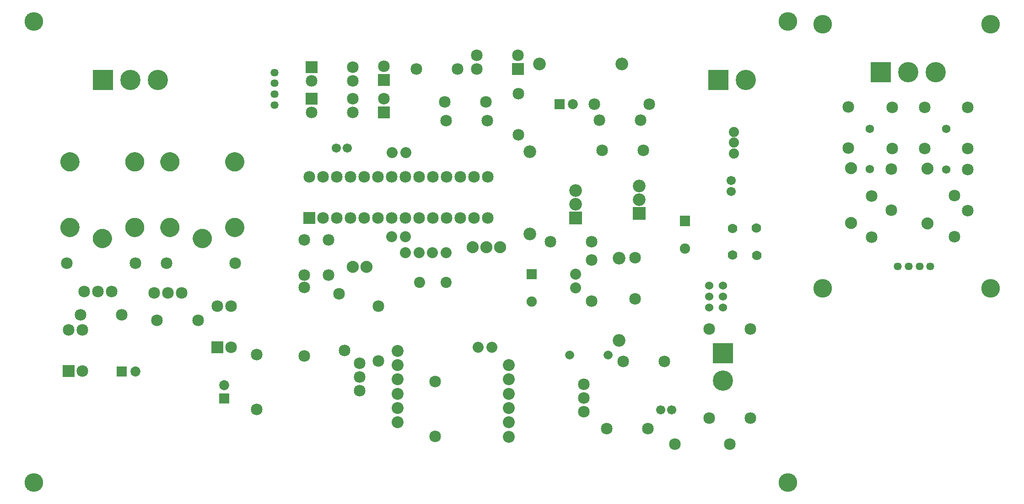
<source format=gts>
G04 MADE WITH FRITZING*
G04 WWW.FRITZING.ORG*
G04 DOUBLE SIDED*
G04 HOLES PLATED*
G04 CONTOUR ON CENTER OF CONTOUR VECTOR*
%ASAXBY*%
%FSLAX23Y23*%
%MOIN*%
%OFA0B0*%
%SFA1.0B1.0*%
%ADD10C,0.085000*%
%ADD11C,0.087119*%
%ADD12C,0.060000*%
%ADD13C,0.135984*%
%ADD14C,0.061496*%
%ADD15C,0.088000*%
%ADD16C,0.067000*%
%ADD17C,0.074000*%
%ADD18C,0.057559*%
%ADD19C,0.070000*%
%ADD20C,0.065433*%
%ADD21C,0.092000*%
%ADD22C,0.072992*%
%ADD23C,0.075000*%
%ADD24C,0.147795*%
%ADD25C,0.080925*%
%ADD26C,0.080866*%
%ADD27C,0.080000*%
%ADD28R,0.085000X0.085000*%
%ADD29R,0.092000X0.092000*%
%ADD30R,0.072992X0.072992*%
%ADD31R,0.147795X0.147795*%
%ADD32R,0.001000X0.001000*%
%LNMASK1*%
G90*
G70*
G54D10*
X2329Y1516D03*
X2368Y1102D03*
X5025Y1260D03*
X5325Y1260D03*
G54D11*
X3564Y474D03*
X3564Y579D03*
X3564Y683D03*
X3564Y787D03*
X3564Y891D03*
X3564Y995D03*
X2754Y579D03*
X2754Y683D03*
X2754Y787D03*
X2754Y891D03*
X2754Y995D03*
X2754Y1100D03*
G54D12*
X5123Y1496D03*
X5025Y1496D03*
X5025Y1417D03*
X5025Y1575D03*
X5123Y1575D03*
X5123Y1417D03*
X5123Y1496D03*
X5025Y1496D03*
X5025Y1417D03*
X5025Y1575D03*
X5123Y1575D03*
X5123Y1417D03*
G54D10*
X2073Y1654D03*
X2073Y1910D03*
X2250Y1654D03*
X2250Y1910D03*
G54D13*
X5852Y3484D03*
X7073Y3484D03*
X7073Y1555D03*
X5852Y1555D03*
G54D10*
X6037Y2878D03*
X6037Y2578D03*
X6357Y2877D03*
X6357Y2577D03*
X6909Y2877D03*
X6909Y2577D03*
X6352Y2425D03*
X6352Y2125D03*
X6909Y2424D03*
X6909Y2124D03*
X6594Y2877D03*
X6594Y2577D03*
X6207Y1929D03*
X6207Y2229D03*
X6812Y1932D03*
X6812Y2232D03*
G54D14*
X6195Y2425D03*
X6195Y2720D03*
X6195Y2425D03*
X6195Y2720D03*
X6751Y2424D03*
X6751Y2719D03*
X6751Y2424D03*
X6751Y2719D03*
G54D15*
X6057Y2031D03*
X6057Y2431D03*
X6057Y2031D03*
X6057Y2431D03*
X6613Y2030D03*
X6613Y2430D03*
X6613Y2030D03*
X6613Y2430D03*
G54D10*
X2654Y3075D03*
X2654Y3175D03*
X2654Y2838D03*
X2654Y2938D03*
G54D16*
X4671Y669D03*
X4750Y669D03*
X4671Y669D03*
X4750Y669D03*
X2309Y2579D03*
X2388Y2579D03*
X2309Y2579D03*
X2388Y2579D03*
X5183Y2264D03*
X5183Y2343D03*
X5183Y2264D03*
X5183Y2343D03*
G54D17*
X5203Y2539D03*
X5203Y2618D03*
X5203Y2697D03*
X5203Y2539D03*
X5203Y2618D03*
X5203Y2697D03*
G54D18*
X6398Y1715D03*
X6477Y1715D03*
X6556Y1715D03*
X6635Y1715D03*
X6398Y1715D03*
X6477Y1715D03*
X6556Y1715D03*
X6635Y1715D03*
X1856Y2894D03*
X1856Y2972D03*
X1856Y3051D03*
X1856Y3130D03*
X1856Y2894D03*
X1856Y2972D03*
X1856Y3051D03*
X1856Y3130D03*
G54D19*
X5195Y1993D03*
X5195Y1798D03*
X5370Y1797D03*
X5368Y1996D03*
G54D20*
X4008Y1068D03*
X4288Y1068D03*
X4008Y1068D03*
X4288Y1068D03*
G54D21*
X4051Y2069D03*
X4051Y2169D03*
X4051Y2269D03*
X4514Y2103D03*
X4514Y2203D03*
X4514Y2303D03*
G54D13*
X5596Y3504D03*
X103Y138D03*
X103Y3504D03*
G54D10*
X2111Y2068D03*
X2111Y2368D03*
X2211Y2068D03*
X2211Y2368D03*
X2311Y2068D03*
X2311Y2368D03*
X2411Y2068D03*
X2411Y2368D03*
X2511Y2068D03*
X2511Y2368D03*
X2611Y2068D03*
X2611Y2368D03*
X2711Y2068D03*
X2711Y2368D03*
X2811Y2068D03*
X2811Y2368D03*
X2911Y2068D03*
X2911Y2368D03*
X3011Y2068D03*
X3011Y2368D03*
X3111Y2068D03*
X3111Y2368D03*
X3211Y2068D03*
X3211Y2368D03*
X3311Y2068D03*
X3311Y2368D03*
X3411Y2068D03*
X3411Y2368D03*
X3632Y3155D03*
X3332Y3155D03*
X3632Y3255D03*
X3332Y3255D03*
X2127Y3169D03*
X2427Y3169D03*
X2127Y3069D03*
X2427Y3069D03*
X2127Y2940D03*
X2427Y2940D03*
X2127Y2840D03*
X2427Y2840D03*
X1442Y1125D03*
X1442Y1425D03*
X1542Y1125D03*
X1542Y1425D03*
X359Y952D03*
X359Y1252D03*
X459Y952D03*
X459Y1252D03*
X1071Y1738D03*
X1571Y1738D03*
X343Y1738D03*
X843Y1738D03*
X980Y1521D03*
X1080Y1521D03*
X1180Y1521D03*
X472Y1534D03*
X572Y1534D03*
X672Y1534D03*
G54D15*
X2427Y1713D03*
X2527Y1713D03*
X3300Y1856D03*
X3400Y1856D03*
X3500Y1856D03*
G54D10*
X4589Y2899D03*
X4189Y2899D03*
X1729Y673D03*
X1729Y1073D03*
X2073Y1063D03*
X2073Y1563D03*
X4277Y532D03*
X4577Y532D03*
X4773Y419D03*
X5173Y419D03*
X4396Y1024D03*
X4696Y1024D03*
X5025Y610D03*
X5325Y610D03*
X4484Y1778D03*
X4484Y1478D03*
X4169Y1762D03*
X4169Y1462D03*
X3869Y1895D03*
X4169Y1895D03*
X3633Y2975D03*
X3633Y2675D03*
X3409Y2778D03*
X3109Y2778D03*
X3190Y3155D03*
X2890Y3155D03*
X3397Y2916D03*
X3097Y2916D03*
X1300Y1324D03*
X1000Y1324D03*
X744Y1363D03*
X444Y1363D03*
G54D22*
X3933Y2899D03*
X4032Y2899D03*
X1492Y752D03*
X1492Y850D03*
X744Y950D03*
X843Y950D03*
G54D21*
X4366Y1177D03*
X4366Y1777D03*
X3717Y1952D03*
X3717Y2552D03*
X4386Y3194D03*
X3786Y3194D03*
G54D23*
X4848Y1847D03*
X4848Y2047D03*
X4848Y1847D03*
X4848Y2047D03*
X3732Y1459D03*
X3732Y1659D03*
X3732Y1459D03*
X3732Y1659D03*
G54D24*
X5124Y1083D03*
X5124Y883D03*
X607Y3076D03*
X807Y3076D03*
X1007Y3076D03*
X6274Y3133D03*
X6474Y3133D03*
X6674Y3133D03*
X5092Y3076D03*
X5292Y3076D03*
G54D25*
X3106Y1599D03*
G54D26*
X2913Y1599D03*
G54D10*
X4243Y2564D03*
X4543Y2564D03*
X4224Y2781D03*
X4524Y2781D03*
X4110Y655D03*
X4110Y755D03*
X4110Y855D03*
X2477Y808D03*
X2477Y908D03*
X2477Y1008D03*
X3028Y476D03*
X3028Y876D03*
X2614Y1027D03*
X2614Y1427D03*
G54D27*
X3107Y1815D03*
X3007Y1815D03*
X4051Y1559D03*
X4051Y1659D03*
X3441Y1126D03*
X3341Y1126D03*
X2813Y2545D03*
X2713Y2545D03*
X2812Y1934D03*
X2712Y1934D03*
X2910Y1815D03*
X2810Y1815D03*
G54D13*
X5596Y138D03*
G54D28*
X2654Y3075D03*
X2654Y2838D03*
G54D29*
X4051Y2069D03*
X4514Y2103D03*
G54D28*
X2111Y2068D03*
X3632Y3155D03*
X2127Y3169D03*
X2127Y2940D03*
X1442Y1125D03*
X359Y952D03*
G54D30*
X3933Y2899D03*
X1492Y752D03*
X744Y950D03*
G54D31*
X5124Y1083D03*
X607Y3076D03*
X6274Y3133D03*
X5092Y3076D03*
G54D32*
X365Y2548D02*
X368Y2548D01*
X838Y2548D02*
X841Y2548D01*
X1094Y2548D02*
X1096Y2548D01*
X1566Y2548D02*
X1569Y2548D01*
X356Y2547D02*
X378Y2547D01*
X828Y2547D02*
X850Y2547D01*
X1084Y2547D02*
X1106Y2547D01*
X1557Y2547D02*
X1578Y2547D01*
X351Y2546D02*
X383Y2546D01*
X823Y2546D02*
X855Y2546D01*
X1079Y2546D02*
X1111Y2546D01*
X1552Y2546D02*
X1583Y2546D01*
X347Y2545D02*
X387Y2545D01*
X819Y2545D02*
X859Y2545D01*
X1075Y2545D02*
X1115Y2545D01*
X1548Y2545D02*
X1587Y2545D01*
X344Y2544D02*
X390Y2544D01*
X816Y2544D02*
X862Y2544D01*
X1072Y2544D02*
X1118Y2544D01*
X1545Y2544D02*
X1590Y2544D01*
X341Y2543D02*
X392Y2543D01*
X813Y2543D02*
X865Y2543D01*
X1069Y2543D02*
X1121Y2543D01*
X1542Y2543D02*
X1593Y2543D01*
X339Y2542D02*
X395Y2542D01*
X811Y2542D02*
X867Y2542D01*
X1067Y2542D02*
X1123Y2542D01*
X1539Y2542D02*
X1595Y2542D01*
X337Y2541D02*
X397Y2541D01*
X809Y2541D02*
X869Y2541D01*
X1065Y2541D02*
X1125Y2541D01*
X1537Y2541D02*
X1597Y2541D01*
X335Y2540D02*
X399Y2540D01*
X807Y2540D02*
X871Y2540D01*
X1063Y2540D02*
X1127Y2540D01*
X1535Y2540D02*
X1599Y2540D01*
X333Y2539D02*
X401Y2539D01*
X805Y2539D02*
X873Y2539D01*
X1061Y2539D02*
X1129Y2539D01*
X1534Y2539D02*
X1601Y2539D01*
X331Y2538D02*
X402Y2538D01*
X804Y2538D02*
X875Y2538D01*
X1060Y2538D02*
X1130Y2538D01*
X1532Y2538D02*
X1603Y2538D01*
X330Y2537D02*
X404Y2537D01*
X802Y2537D02*
X876Y2537D01*
X1058Y2537D02*
X1132Y2537D01*
X1530Y2537D02*
X1604Y2537D01*
X328Y2536D02*
X405Y2536D01*
X800Y2536D02*
X878Y2536D01*
X1056Y2536D02*
X1134Y2536D01*
X1529Y2536D02*
X1606Y2536D01*
X327Y2535D02*
X407Y2535D01*
X799Y2535D02*
X879Y2535D01*
X1055Y2535D02*
X1135Y2535D01*
X1527Y2535D02*
X1607Y2535D01*
X325Y2534D02*
X408Y2534D01*
X798Y2534D02*
X880Y2534D01*
X1054Y2534D02*
X1136Y2534D01*
X1526Y2534D02*
X1609Y2534D01*
X324Y2533D02*
X409Y2533D01*
X796Y2533D02*
X882Y2533D01*
X1052Y2533D02*
X1138Y2533D01*
X1525Y2533D02*
X1610Y2533D01*
X323Y2532D02*
X411Y2532D01*
X795Y2532D02*
X883Y2532D01*
X1051Y2532D02*
X1139Y2532D01*
X1523Y2532D02*
X1611Y2532D01*
X322Y2531D02*
X412Y2531D01*
X794Y2531D02*
X884Y2531D01*
X1050Y2531D02*
X1140Y2531D01*
X1522Y2531D02*
X1613Y2531D01*
X320Y2530D02*
X413Y2530D01*
X793Y2530D02*
X885Y2530D01*
X1049Y2530D02*
X1141Y2530D01*
X1521Y2530D02*
X1614Y2530D01*
X319Y2529D02*
X414Y2529D01*
X792Y2529D02*
X887Y2529D01*
X1048Y2529D02*
X1142Y2529D01*
X1520Y2529D02*
X1615Y2529D01*
X318Y2528D02*
X415Y2528D01*
X791Y2528D02*
X888Y2528D01*
X1046Y2528D02*
X1144Y2528D01*
X1519Y2528D02*
X1616Y2528D01*
X317Y2527D02*
X416Y2527D01*
X790Y2527D02*
X889Y2527D01*
X1046Y2527D02*
X1145Y2527D01*
X1518Y2527D02*
X1617Y2527D01*
X316Y2526D02*
X417Y2526D01*
X789Y2526D02*
X890Y2526D01*
X1045Y2526D02*
X1145Y2526D01*
X1517Y2526D02*
X1618Y2526D01*
X315Y2525D02*
X418Y2525D01*
X788Y2525D02*
X890Y2525D01*
X1044Y2525D02*
X1146Y2525D01*
X1516Y2525D02*
X1619Y2525D01*
X315Y2524D02*
X419Y2524D01*
X787Y2524D02*
X891Y2524D01*
X1043Y2524D02*
X1147Y2524D01*
X1515Y2524D02*
X1620Y2524D01*
X314Y2523D02*
X420Y2523D01*
X786Y2523D02*
X892Y2523D01*
X1042Y2523D02*
X1148Y2523D01*
X1514Y2523D02*
X1621Y2523D01*
X313Y2522D02*
X421Y2522D01*
X785Y2522D02*
X893Y2522D01*
X1041Y2522D02*
X1149Y2522D01*
X1514Y2522D02*
X1621Y2522D01*
X312Y2521D02*
X421Y2521D01*
X785Y2521D02*
X894Y2521D01*
X1040Y2521D02*
X1150Y2521D01*
X1513Y2521D02*
X1622Y2521D01*
X311Y2520D02*
X422Y2520D01*
X784Y2520D02*
X894Y2520D01*
X1040Y2520D02*
X1150Y2520D01*
X1512Y2520D02*
X1623Y2520D01*
X311Y2519D02*
X423Y2519D01*
X783Y2519D02*
X895Y2519D01*
X1039Y2519D02*
X1151Y2519D01*
X1511Y2519D02*
X1623Y2519D01*
X310Y2518D02*
X424Y2518D01*
X782Y2518D02*
X896Y2518D01*
X1038Y2518D02*
X1152Y2518D01*
X1511Y2518D02*
X1624Y2518D01*
X309Y2517D02*
X424Y2517D01*
X782Y2517D02*
X897Y2517D01*
X1037Y2517D02*
X1153Y2517D01*
X1510Y2517D02*
X1625Y2517D01*
X309Y2516D02*
X425Y2516D01*
X781Y2516D02*
X897Y2516D01*
X1037Y2516D02*
X1153Y2516D01*
X1509Y2516D02*
X1626Y2516D01*
X308Y2515D02*
X425Y2515D01*
X780Y2515D02*
X898Y2515D01*
X1036Y2515D02*
X1154Y2515D01*
X1509Y2515D02*
X1626Y2515D01*
X307Y2514D02*
X426Y2514D01*
X780Y2514D02*
X898Y2514D01*
X1036Y2514D02*
X1154Y2514D01*
X1508Y2514D02*
X1627Y2514D01*
X307Y2513D02*
X427Y2513D01*
X779Y2513D02*
X899Y2513D01*
X1035Y2513D02*
X1155Y2513D01*
X1507Y2513D02*
X1627Y2513D01*
X306Y2512D02*
X427Y2512D01*
X779Y2512D02*
X900Y2512D01*
X1034Y2512D02*
X1156Y2512D01*
X1507Y2512D02*
X1628Y2512D01*
X306Y2511D02*
X428Y2511D01*
X778Y2511D02*
X900Y2511D01*
X1034Y2511D02*
X1156Y2511D01*
X1506Y2511D02*
X1629Y2511D01*
X305Y2510D02*
X428Y2510D01*
X777Y2510D02*
X901Y2510D01*
X1033Y2510D02*
X1157Y2510D01*
X1506Y2510D02*
X1629Y2510D01*
X305Y2509D02*
X429Y2509D01*
X777Y2509D02*
X901Y2509D01*
X1033Y2509D02*
X1157Y2509D01*
X1505Y2509D02*
X1630Y2509D01*
X304Y2508D02*
X429Y2508D01*
X776Y2508D02*
X902Y2508D01*
X1032Y2508D02*
X1158Y2508D01*
X1505Y2508D02*
X1630Y2508D01*
X304Y2507D02*
X430Y2507D01*
X776Y2507D02*
X902Y2507D01*
X1032Y2507D02*
X1158Y2507D01*
X1504Y2507D02*
X1631Y2507D01*
X303Y2506D02*
X430Y2506D01*
X775Y2506D02*
X903Y2506D01*
X1031Y2506D02*
X1159Y2506D01*
X1504Y2506D02*
X1631Y2506D01*
X303Y2505D02*
X431Y2505D01*
X775Y2505D02*
X903Y2505D01*
X1031Y2505D02*
X1159Y2505D01*
X1503Y2505D02*
X1631Y2505D01*
X302Y2504D02*
X431Y2504D01*
X775Y2504D02*
X904Y2504D01*
X1031Y2504D02*
X1159Y2504D01*
X1503Y2504D02*
X1632Y2504D01*
X302Y2503D02*
X432Y2503D01*
X774Y2503D02*
X904Y2503D01*
X1030Y2503D02*
X1160Y2503D01*
X1503Y2503D02*
X1632Y2503D01*
X302Y2502D02*
X432Y2502D01*
X774Y2502D02*
X904Y2502D01*
X1030Y2502D02*
X1160Y2502D01*
X1502Y2502D02*
X1633Y2502D01*
X301Y2501D02*
X432Y2501D01*
X774Y2501D02*
X905Y2501D01*
X1030Y2501D02*
X1161Y2501D01*
X1502Y2501D02*
X1633Y2501D01*
X301Y2500D02*
X433Y2500D01*
X773Y2500D02*
X905Y2500D01*
X1029Y2500D02*
X1161Y2500D01*
X1502Y2500D02*
X1633Y2500D01*
X301Y2499D02*
X433Y2499D01*
X773Y2499D02*
X905Y2499D01*
X1029Y2499D02*
X1161Y2499D01*
X1501Y2499D02*
X1634Y2499D01*
X300Y2498D02*
X433Y2498D01*
X773Y2498D02*
X906Y2498D01*
X1029Y2498D02*
X1161Y2498D01*
X1501Y2498D02*
X1634Y2498D01*
X300Y2497D02*
X433Y2497D01*
X772Y2497D02*
X906Y2497D01*
X1028Y2497D02*
X1162Y2497D01*
X1501Y2497D02*
X1634Y2497D01*
X300Y2496D02*
X434Y2496D01*
X772Y2496D02*
X906Y2496D01*
X1028Y2496D02*
X1162Y2496D01*
X1500Y2496D02*
X1634Y2496D01*
X300Y2495D02*
X434Y2495D01*
X772Y2495D02*
X906Y2495D01*
X1028Y2495D02*
X1162Y2495D01*
X1500Y2495D02*
X1635Y2495D01*
X299Y2494D02*
X434Y2494D01*
X772Y2494D02*
X907Y2494D01*
X1028Y2494D02*
X1162Y2494D01*
X1500Y2494D02*
X1635Y2494D01*
X299Y2493D02*
X434Y2493D01*
X771Y2493D02*
X907Y2493D01*
X1027Y2493D02*
X1163Y2493D01*
X1500Y2493D02*
X1635Y2493D01*
X299Y2492D02*
X435Y2492D01*
X771Y2492D02*
X907Y2492D01*
X1027Y2492D02*
X1163Y2492D01*
X1499Y2492D02*
X1635Y2492D01*
X299Y2491D02*
X435Y2491D01*
X771Y2491D02*
X907Y2491D01*
X1027Y2491D02*
X1163Y2491D01*
X1499Y2491D02*
X1636Y2491D01*
X298Y2490D02*
X435Y2490D01*
X771Y2490D02*
X907Y2490D01*
X1027Y2490D02*
X1163Y2490D01*
X1499Y2490D02*
X1636Y2490D01*
X298Y2489D02*
X435Y2489D01*
X771Y2489D02*
X908Y2489D01*
X1027Y2489D02*
X1163Y2489D01*
X1499Y2489D02*
X1636Y2489D01*
X298Y2488D02*
X435Y2488D01*
X771Y2488D02*
X908Y2488D01*
X1026Y2488D02*
X1164Y2488D01*
X1499Y2488D02*
X1636Y2488D01*
X298Y2487D02*
X435Y2487D01*
X770Y2487D02*
X908Y2487D01*
X1026Y2487D02*
X1164Y2487D01*
X1499Y2487D02*
X1636Y2487D01*
X298Y2486D02*
X436Y2486D01*
X770Y2486D02*
X908Y2486D01*
X1026Y2486D02*
X1164Y2486D01*
X1499Y2486D02*
X1636Y2486D01*
X298Y2485D02*
X436Y2485D01*
X770Y2485D02*
X908Y2485D01*
X1026Y2485D02*
X1164Y2485D01*
X1498Y2485D02*
X1636Y2485D01*
X298Y2484D02*
X436Y2484D01*
X770Y2484D02*
X908Y2484D01*
X1026Y2484D02*
X1164Y2484D01*
X1498Y2484D02*
X1637Y2484D01*
X298Y2483D02*
X436Y2483D01*
X770Y2483D02*
X908Y2483D01*
X1026Y2483D02*
X1164Y2483D01*
X1498Y2483D02*
X1637Y2483D01*
X298Y2482D02*
X436Y2482D01*
X770Y2482D02*
X908Y2482D01*
X1026Y2482D02*
X1164Y2482D01*
X1498Y2482D02*
X1637Y2482D01*
X297Y2481D02*
X436Y2481D01*
X770Y2481D02*
X908Y2481D01*
X1026Y2481D02*
X1164Y2481D01*
X1498Y2481D02*
X1637Y2481D01*
X297Y2480D02*
X436Y2480D01*
X770Y2480D02*
X908Y2480D01*
X1026Y2480D02*
X1164Y2480D01*
X1498Y2480D02*
X1637Y2480D01*
X297Y2479D02*
X436Y2479D01*
X770Y2479D02*
X909Y2479D01*
X1026Y2479D02*
X1164Y2479D01*
X1498Y2479D02*
X1637Y2479D01*
X297Y2478D02*
X436Y2478D01*
X770Y2478D02*
X909Y2478D01*
X1026Y2478D02*
X1164Y2478D01*
X1498Y2478D02*
X1637Y2478D01*
X297Y2477D02*
X436Y2477D01*
X770Y2477D02*
X908Y2477D01*
X1026Y2477D02*
X1164Y2477D01*
X1498Y2477D02*
X1637Y2477D01*
X297Y2476D02*
X436Y2476D01*
X770Y2476D02*
X908Y2476D01*
X1026Y2476D02*
X1164Y2476D01*
X1498Y2476D02*
X1637Y2476D01*
X297Y2475D02*
X436Y2475D01*
X770Y2475D02*
X908Y2475D01*
X1026Y2475D02*
X1164Y2475D01*
X1498Y2475D02*
X1637Y2475D01*
X298Y2474D02*
X436Y2474D01*
X770Y2474D02*
X908Y2474D01*
X1026Y2474D02*
X1164Y2474D01*
X1498Y2474D02*
X1637Y2474D01*
X298Y2473D02*
X436Y2473D01*
X770Y2473D02*
X908Y2473D01*
X1026Y2473D02*
X1164Y2473D01*
X1498Y2473D02*
X1637Y2473D01*
X298Y2472D02*
X436Y2472D01*
X770Y2472D02*
X908Y2472D01*
X1026Y2472D02*
X1164Y2472D01*
X1498Y2472D02*
X1636Y2472D01*
X298Y2471D02*
X436Y2471D01*
X770Y2471D02*
X908Y2471D01*
X1026Y2471D02*
X1164Y2471D01*
X1498Y2471D02*
X1636Y2471D01*
X298Y2470D02*
X436Y2470D01*
X770Y2470D02*
X908Y2470D01*
X1026Y2470D02*
X1164Y2470D01*
X1499Y2470D02*
X1636Y2470D01*
X298Y2469D02*
X435Y2469D01*
X770Y2469D02*
X908Y2469D01*
X1026Y2469D02*
X1164Y2469D01*
X1499Y2469D02*
X1636Y2469D01*
X298Y2468D02*
X435Y2468D01*
X771Y2468D02*
X908Y2468D01*
X1027Y2468D02*
X1164Y2468D01*
X1499Y2468D02*
X1636Y2468D01*
X298Y2467D02*
X435Y2467D01*
X771Y2467D02*
X907Y2467D01*
X1027Y2467D02*
X1163Y2467D01*
X1499Y2467D02*
X1636Y2467D01*
X299Y2466D02*
X435Y2466D01*
X771Y2466D02*
X907Y2466D01*
X1027Y2466D02*
X1163Y2466D01*
X1499Y2466D02*
X1636Y2466D01*
X299Y2465D02*
X435Y2465D01*
X771Y2465D02*
X907Y2465D01*
X1027Y2465D02*
X1163Y2465D01*
X1499Y2465D02*
X1635Y2465D01*
X299Y2464D02*
X435Y2464D01*
X771Y2464D02*
X907Y2464D01*
X1027Y2464D02*
X1163Y2464D01*
X1500Y2464D02*
X1635Y2464D01*
X299Y2463D02*
X434Y2463D01*
X771Y2463D02*
X907Y2463D01*
X1027Y2463D02*
X1163Y2463D01*
X1500Y2463D02*
X1635Y2463D01*
X299Y2462D02*
X434Y2462D01*
X772Y2462D02*
X906Y2462D01*
X1028Y2462D02*
X1162Y2462D01*
X1500Y2462D02*
X1635Y2462D01*
X300Y2461D02*
X434Y2461D01*
X772Y2461D02*
X906Y2461D01*
X1028Y2461D02*
X1162Y2461D01*
X1500Y2461D02*
X1635Y2461D01*
X300Y2460D02*
X434Y2460D01*
X772Y2460D02*
X906Y2460D01*
X1028Y2460D02*
X1162Y2460D01*
X1501Y2460D02*
X1634Y2460D01*
X300Y2459D02*
X433Y2459D01*
X772Y2459D02*
X906Y2459D01*
X1028Y2459D02*
X1162Y2459D01*
X1501Y2459D02*
X1634Y2459D01*
X300Y2458D02*
X433Y2458D01*
X773Y2458D02*
X905Y2458D01*
X1029Y2458D02*
X1161Y2458D01*
X1501Y2458D02*
X1634Y2458D01*
X301Y2457D02*
X433Y2457D01*
X773Y2457D02*
X905Y2457D01*
X1029Y2457D02*
X1161Y2457D01*
X1501Y2457D02*
X1633Y2457D01*
X301Y2456D02*
X432Y2456D01*
X773Y2456D02*
X905Y2456D01*
X1029Y2456D02*
X1161Y2456D01*
X1502Y2456D02*
X1633Y2456D01*
X301Y2455D02*
X432Y2455D01*
X774Y2455D02*
X905Y2455D01*
X1030Y2455D02*
X1160Y2455D01*
X1502Y2455D02*
X1633Y2455D01*
X302Y2454D02*
X432Y2454D01*
X774Y2454D02*
X904Y2454D01*
X1030Y2454D02*
X1160Y2454D01*
X1502Y2454D02*
X1632Y2454D01*
X302Y2453D02*
X431Y2453D01*
X774Y2453D02*
X904Y2453D01*
X1030Y2453D02*
X1160Y2453D01*
X1503Y2453D02*
X1632Y2453D01*
X302Y2452D02*
X431Y2452D01*
X775Y2452D02*
X903Y2452D01*
X1031Y2452D02*
X1159Y2452D01*
X1503Y2452D02*
X1632Y2452D01*
X303Y2451D02*
X431Y2451D01*
X775Y2451D02*
X903Y2451D01*
X1031Y2451D02*
X1159Y2451D01*
X1503Y2451D02*
X1631Y2451D01*
X303Y2450D02*
X430Y2450D01*
X776Y2450D02*
X903Y2450D01*
X1032Y2450D02*
X1159Y2450D01*
X1504Y2450D02*
X1631Y2450D01*
X304Y2449D02*
X430Y2449D01*
X776Y2449D02*
X902Y2449D01*
X1032Y2449D02*
X1158Y2449D01*
X1504Y2449D02*
X1630Y2449D01*
X304Y2448D02*
X429Y2448D01*
X777Y2448D02*
X902Y2448D01*
X1033Y2448D02*
X1158Y2448D01*
X1505Y2448D02*
X1630Y2448D01*
X305Y2447D02*
X429Y2447D01*
X777Y2447D02*
X901Y2447D01*
X1033Y2447D02*
X1157Y2447D01*
X1505Y2447D02*
X1629Y2447D01*
X305Y2446D02*
X428Y2446D01*
X778Y2446D02*
X901Y2446D01*
X1034Y2446D02*
X1157Y2446D01*
X1506Y2446D02*
X1629Y2446D01*
X306Y2445D02*
X428Y2445D01*
X778Y2445D02*
X900Y2445D01*
X1034Y2445D02*
X1156Y2445D01*
X1506Y2445D02*
X1628Y2445D01*
X306Y2444D02*
X427Y2444D01*
X779Y2444D02*
X900Y2444D01*
X1035Y2444D02*
X1155Y2444D01*
X1507Y2444D02*
X1628Y2444D01*
X307Y2443D02*
X427Y2443D01*
X779Y2443D02*
X899Y2443D01*
X1035Y2443D02*
X1155Y2443D01*
X1508Y2443D02*
X1627Y2443D01*
X308Y2442D02*
X426Y2442D01*
X780Y2442D02*
X898Y2442D01*
X1036Y2442D02*
X1154Y2442D01*
X1508Y2442D02*
X1627Y2442D01*
X308Y2441D02*
X425Y2441D01*
X781Y2441D02*
X898Y2441D01*
X1036Y2441D02*
X1154Y2441D01*
X1509Y2441D02*
X1626Y2441D01*
X309Y2440D02*
X425Y2440D01*
X781Y2440D02*
X897Y2440D01*
X1037Y2440D02*
X1153Y2440D01*
X1509Y2440D02*
X1625Y2440D01*
X309Y2439D02*
X424Y2439D01*
X782Y2439D02*
X896Y2439D01*
X1038Y2439D02*
X1152Y2439D01*
X1510Y2439D02*
X1625Y2439D01*
X310Y2438D02*
X423Y2438D01*
X783Y2438D02*
X896Y2438D01*
X1038Y2438D02*
X1152Y2438D01*
X1511Y2438D02*
X1624Y2438D01*
X311Y2437D02*
X423Y2437D01*
X783Y2437D02*
X895Y2437D01*
X1039Y2437D02*
X1151Y2437D01*
X1512Y2437D02*
X1623Y2437D01*
X312Y2436D02*
X422Y2436D01*
X784Y2436D02*
X894Y2436D01*
X1040Y2436D02*
X1150Y2436D01*
X1512Y2436D02*
X1623Y2436D01*
X312Y2435D02*
X421Y2435D01*
X785Y2435D02*
X893Y2435D01*
X1041Y2435D02*
X1149Y2435D01*
X1513Y2435D02*
X1622Y2435D01*
X313Y2434D02*
X420Y2434D01*
X785Y2434D02*
X893Y2434D01*
X1041Y2434D02*
X1149Y2434D01*
X1514Y2434D02*
X1621Y2434D01*
X314Y2433D02*
X420Y2433D01*
X786Y2433D02*
X892Y2433D01*
X1042Y2433D02*
X1148Y2433D01*
X1515Y2433D02*
X1620Y2433D01*
X315Y2432D02*
X419Y2432D01*
X787Y2432D02*
X891Y2432D01*
X1043Y2432D02*
X1147Y2432D01*
X1515Y2432D02*
X1619Y2432D01*
X316Y2431D02*
X418Y2431D01*
X788Y2431D02*
X890Y2431D01*
X1044Y2431D02*
X1146Y2431D01*
X1516Y2431D02*
X1618Y2431D01*
X317Y2430D02*
X417Y2430D01*
X789Y2430D02*
X889Y2430D01*
X1045Y2430D02*
X1145Y2430D01*
X1517Y2430D02*
X1618Y2430D01*
X318Y2429D02*
X416Y2429D01*
X790Y2429D02*
X888Y2429D01*
X1046Y2429D02*
X1144Y2429D01*
X1518Y2429D02*
X1617Y2429D01*
X319Y2428D02*
X415Y2428D01*
X791Y2428D02*
X887Y2428D01*
X1047Y2428D02*
X1143Y2428D01*
X1519Y2428D02*
X1616Y2428D01*
X320Y2427D02*
X414Y2427D01*
X792Y2427D02*
X886Y2427D01*
X1048Y2427D02*
X1142Y2427D01*
X1520Y2427D02*
X1614Y2427D01*
X321Y2426D02*
X413Y2426D01*
X793Y2426D02*
X885Y2426D01*
X1049Y2426D02*
X1141Y2426D01*
X1521Y2426D02*
X1613Y2426D01*
X322Y2425D02*
X412Y2425D01*
X794Y2425D02*
X884Y2425D01*
X1050Y2425D02*
X1140Y2425D01*
X1523Y2425D02*
X1612Y2425D01*
X323Y2424D02*
X410Y2424D01*
X796Y2424D02*
X883Y2424D01*
X1051Y2424D02*
X1139Y2424D01*
X1524Y2424D02*
X1611Y2424D01*
X324Y2423D02*
X409Y2423D01*
X797Y2423D02*
X881Y2423D01*
X1053Y2423D02*
X1137Y2423D01*
X1525Y2423D02*
X1610Y2423D01*
X326Y2422D02*
X408Y2422D01*
X798Y2422D02*
X880Y2422D01*
X1054Y2422D02*
X1136Y2422D01*
X1526Y2422D02*
X1608Y2422D01*
X327Y2421D02*
X406Y2421D01*
X800Y2421D02*
X879Y2421D01*
X1055Y2421D02*
X1135Y2421D01*
X1528Y2421D02*
X1607Y2421D01*
X329Y2420D02*
X405Y2420D01*
X801Y2420D02*
X877Y2420D01*
X1057Y2420D02*
X1133Y2420D01*
X1529Y2420D02*
X1606Y2420D01*
X330Y2419D02*
X403Y2419D01*
X803Y2419D02*
X876Y2419D01*
X1059Y2419D02*
X1132Y2419D01*
X1531Y2419D02*
X1604Y2419D01*
X332Y2418D02*
X402Y2418D01*
X804Y2418D02*
X874Y2418D01*
X1060Y2418D02*
X1130Y2418D01*
X1533Y2418D02*
X1602Y2418D01*
X333Y2417D02*
X400Y2417D01*
X806Y2417D02*
X872Y2417D01*
X1062Y2417D02*
X1128Y2417D01*
X1534Y2417D02*
X1601Y2417D01*
X335Y2416D02*
X398Y2416D01*
X808Y2416D02*
X870Y2416D01*
X1064Y2416D02*
X1126Y2416D01*
X1536Y2416D02*
X1599Y2416D01*
X337Y2415D02*
X396Y2415D01*
X810Y2415D02*
X868Y2415D01*
X1066Y2415D02*
X1124Y2415D01*
X1538Y2415D02*
X1597Y2415D01*
X339Y2414D02*
X394Y2414D01*
X812Y2414D02*
X866Y2414D01*
X1068Y2414D02*
X1122Y2414D01*
X1540Y2414D02*
X1595Y2414D01*
X342Y2413D02*
X391Y2413D01*
X814Y2413D02*
X864Y2413D01*
X1070Y2413D02*
X1120Y2413D01*
X1543Y2413D02*
X1592Y2413D01*
X345Y2412D02*
X389Y2412D01*
X817Y2412D02*
X861Y2412D01*
X1073Y2412D02*
X1117Y2412D01*
X1545Y2412D02*
X1589Y2412D01*
X348Y2411D02*
X385Y2411D01*
X821Y2411D02*
X858Y2411D01*
X1077Y2411D02*
X1114Y2411D01*
X1549Y2411D02*
X1586Y2411D01*
X352Y2410D02*
X381Y2410D01*
X825Y2410D02*
X854Y2410D01*
X1080Y2410D02*
X1110Y2410D01*
X1553Y2410D02*
X1582Y2410D01*
X358Y2409D02*
X376Y2409D01*
X830Y2409D02*
X848Y2409D01*
X1086Y2409D02*
X1104Y2409D01*
X1559Y2409D02*
X1576Y2409D01*
X4811Y2085D02*
X4884Y2085D01*
X4811Y2084D02*
X4885Y2084D01*
X4811Y2083D02*
X4885Y2083D01*
X4811Y2082D02*
X4885Y2082D01*
X4811Y2081D02*
X4885Y2081D01*
X4811Y2080D02*
X4885Y2080D01*
X4811Y2079D02*
X4885Y2079D01*
X4811Y2078D02*
X4885Y2078D01*
X4811Y2077D02*
X4885Y2077D01*
X4811Y2076D02*
X4885Y2076D01*
X4811Y2075D02*
X4885Y2075D01*
X4811Y2074D02*
X4885Y2074D01*
X4811Y2073D02*
X4885Y2073D01*
X4811Y2072D02*
X4885Y2072D01*
X4811Y2071D02*
X4885Y2071D01*
X4811Y2070D02*
X4885Y2070D01*
X358Y2069D02*
X376Y2069D01*
X830Y2069D02*
X848Y2069D01*
X1086Y2069D02*
X1104Y2069D01*
X1559Y2069D02*
X1576Y2069D01*
X4811Y2069D02*
X4885Y2069D01*
X352Y2068D02*
X381Y2068D01*
X825Y2068D02*
X854Y2068D01*
X1081Y2068D02*
X1110Y2068D01*
X1553Y2068D02*
X1582Y2068D01*
X4811Y2068D02*
X4885Y2068D01*
X348Y2067D02*
X385Y2067D01*
X821Y2067D02*
X858Y2067D01*
X1077Y2067D02*
X1114Y2067D01*
X1549Y2067D02*
X1586Y2067D01*
X4811Y2067D02*
X4885Y2067D01*
X345Y2066D02*
X389Y2066D01*
X817Y2066D02*
X861Y2066D01*
X1073Y2066D02*
X1117Y2066D01*
X1545Y2066D02*
X1589Y2066D01*
X4811Y2066D02*
X4885Y2066D01*
X342Y2065D02*
X391Y2065D01*
X814Y2065D02*
X864Y2065D01*
X1070Y2065D02*
X1120Y2065D01*
X1543Y2065D02*
X1592Y2065D01*
X4811Y2065D02*
X4885Y2065D01*
X339Y2064D02*
X394Y2064D01*
X812Y2064D02*
X866Y2064D01*
X1068Y2064D02*
X1122Y2064D01*
X1540Y2064D02*
X1595Y2064D01*
X4811Y2064D02*
X4885Y2064D01*
X337Y2063D02*
X396Y2063D01*
X810Y2063D02*
X868Y2063D01*
X1066Y2063D02*
X1124Y2063D01*
X1538Y2063D02*
X1597Y2063D01*
X4811Y2063D02*
X4885Y2063D01*
X335Y2062D02*
X398Y2062D01*
X808Y2062D02*
X870Y2062D01*
X1064Y2062D02*
X1126Y2062D01*
X1536Y2062D02*
X1599Y2062D01*
X4811Y2062D02*
X4885Y2062D01*
X333Y2061D02*
X400Y2061D01*
X806Y2061D02*
X872Y2061D01*
X1062Y2061D02*
X1128Y2061D01*
X1534Y2061D02*
X1601Y2061D01*
X4811Y2061D02*
X4885Y2061D01*
X332Y2060D02*
X402Y2060D01*
X804Y2060D02*
X874Y2060D01*
X1060Y2060D02*
X1130Y2060D01*
X1533Y2060D02*
X1602Y2060D01*
X4811Y2060D02*
X4885Y2060D01*
X330Y2059D02*
X403Y2059D01*
X803Y2059D02*
X876Y2059D01*
X1059Y2059D02*
X1132Y2059D01*
X1531Y2059D02*
X1604Y2059D01*
X4811Y2059D02*
X4885Y2059D01*
X329Y2058D02*
X405Y2058D01*
X801Y2058D02*
X877Y2058D01*
X1057Y2058D02*
X1133Y2058D01*
X1529Y2058D02*
X1606Y2058D01*
X4811Y2058D02*
X4885Y2058D01*
X327Y2057D02*
X406Y2057D01*
X800Y2057D02*
X879Y2057D01*
X1055Y2057D02*
X1135Y2057D01*
X1528Y2057D02*
X1607Y2057D01*
X4811Y2057D02*
X4885Y2057D01*
X326Y2056D02*
X408Y2056D01*
X798Y2056D02*
X880Y2056D01*
X1054Y2056D02*
X1136Y2056D01*
X1526Y2056D02*
X1608Y2056D01*
X4811Y2056D02*
X4844Y2056D01*
X4851Y2056D02*
X4885Y2056D01*
X324Y2055D02*
X409Y2055D01*
X797Y2055D02*
X881Y2055D01*
X1053Y2055D02*
X1137Y2055D01*
X1525Y2055D02*
X1610Y2055D01*
X4811Y2055D02*
X4842Y2055D01*
X4853Y2055D02*
X4885Y2055D01*
X323Y2054D02*
X410Y2054D01*
X796Y2054D02*
X883Y2054D01*
X1051Y2054D02*
X1139Y2054D01*
X1524Y2054D02*
X1611Y2054D01*
X4811Y2054D02*
X4841Y2054D01*
X4854Y2054D02*
X4885Y2054D01*
X322Y2053D02*
X412Y2053D01*
X794Y2053D02*
X884Y2053D01*
X1050Y2053D02*
X1140Y2053D01*
X1523Y2053D02*
X1612Y2053D01*
X4811Y2053D02*
X4840Y2053D01*
X4855Y2053D02*
X4885Y2053D01*
X321Y2052D02*
X413Y2052D01*
X793Y2052D02*
X885Y2052D01*
X1049Y2052D02*
X1141Y2052D01*
X1521Y2052D02*
X1613Y2052D01*
X4811Y2052D02*
X4839Y2052D01*
X4856Y2052D02*
X4885Y2052D01*
X320Y2051D02*
X414Y2051D01*
X792Y2051D02*
X886Y2051D01*
X1048Y2051D02*
X1142Y2051D01*
X1520Y2051D02*
X1614Y2051D01*
X4811Y2051D02*
X4839Y2051D01*
X4856Y2051D02*
X4885Y2051D01*
X319Y2050D02*
X415Y2050D01*
X791Y2050D02*
X887Y2050D01*
X1047Y2050D02*
X1143Y2050D01*
X1519Y2050D02*
X1616Y2050D01*
X4811Y2050D02*
X4838Y2050D01*
X4857Y2050D02*
X4885Y2050D01*
X318Y2049D02*
X416Y2049D01*
X790Y2049D02*
X888Y2049D01*
X1046Y2049D02*
X1144Y2049D01*
X1518Y2049D02*
X1617Y2049D01*
X4811Y2049D02*
X4838Y2049D01*
X4857Y2049D02*
X4885Y2049D01*
X317Y2048D02*
X417Y2048D01*
X789Y2048D02*
X889Y2048D01*
X1045Y2048D02*
X1145Y2048D01*
X1517Y2048D02*
X1618Y2048D01*
X4811Y2048D02*
X4838Y2048D01*
X4857Y2048D02*
X4885Y2048D01*
X316Y2047D02*
X418Y2047D01*
X788Y2047D02*
X890Y2047D01*
X1044Y2047D02*
X1146Y2047D01*
X1516Y2047D02*
X1618Y2047D01*
X4811Y2047D02*
X4838Y2047D01*
X4857Y2047D02*
X4885Y2047D01*
X315Y2046D02*
X419Y2046D01*
X787Y2046D02*
X891Y2046D01*
X1043Y2046D02*
X1147Y2046D01*
X1515Y2046D02*
X1619Y2046D01*
X4811Y2046D02*
X4838Y2046D01*
X4857Y2046D02*
X4885Y2046D01*
X314Y2045D02*
X420Y2045D01*
X786Y2045D02*
X892Y2045D01*
X1042Y2045D02*
X1148Y2045D01*
X1515Y2045D02*
X1620Y2045D01*
X4811Y2045D02*
X4839Y2045D01*
X4856Y2045D02*
X4885Y2045D01*
X313Y2044D02*
X420Y2044D01*
X785Y2044D02*
X893Y2044D01*
X1041Y2044D02*
X1149Y2044D01*
X1514Y2044D02*
X1621Y2044D01*
X4811Y2044D02*
X4839Y2044D01*
X4856Y2044D02*
X4885Y2044D01*
X312Y2043D02*
X421Y2043D01*
X785Y2043D02*
X893Y2043D01*
X1041Y2043D02*
X1149Y2043D01*
X1513Y2043D02*
X1622Y2043D01*
X4811Y2043D02*
X4840Y2043D01*
X4855Y2043D02*
X4885Y2043D01*
X312Y2042D02*
X422Y2042D01*
X784Y2042D02*
X894Y2042D01*
X1040Y2042D02*
X1150Y2042D01*
X1512Y2042D02*
X1623Y2042D01*
X4811Y2042D02*
X4840Y2042D01*
X4855Y2042D02*
X4885Y2042D01*
X311Y2041D02*
X423Y2041D01*
X783Y2041D02*
X895Y2041D01*
X1039Y2041D02*
X1151Y2041D01*
X1512Y2041D02*
X1623Y2041D01*
X4811Y2041D02*
X4841Y2041D01*
X4854Y2041D02*
X4885Y2041D01*
X310Y2040D02*
X423Y2040D01*
X783Y2040D02*
X896Y2040D01*
X1038Y2040D02*
X1152Y2040D01*
X1511Y2040D02*
X1624Y2040D01*
X4811Y2040D02*
X4843Y2040D01*
X4852Y2040D02*
X4885Y2040D01*
X309Y2039D02*
X424Y2039D01*
X782Y2039D02*
X896Y2039D01*
X1038Y2039D02*
X1152Y2039D01*
X1510Y2039D02*
X1625Y2039D01*
X4811Y2039D02*
X4846Y2039D01*
X4849Y2039D02*
X4885Y2039D01*
X309Y2038D02*
X425Y2038D01*
X781Y2038D02*
X897Y2038D01*
X1037Y2038D02*
X1153Y2038D01*
X1509Y2038D02*
X1625Y2038D01*
X4811Y2038D02*
X4885Y2038D01*
X308Y2037D02*
X425Y2037D01*
X781Y2037D02*
X898Y2037D01*
X1036Y2037D02*
X1154Y2037D01*
X1509Y2037D02*
X1626Y2037D01*
X4811Y2037D02*
X4885Y2037D01*
X308Y2036D02*
X426Y2036D01*
X780Y2036D02*
X898Y2036D01*
X1036Y2036D02*
X1154Y2036D01*
X1508Y2036D02*
X1627Y2036D01*
X4811Y2036D02*
X4885Y2036D01*
X307Y2035D02*
X427Y2035D01*
X779Y2035D02*
X899Y2035D01*
X1035Y2035D02*
X1155Y2035D01*
X1508Y2035D02*
X1627Y2035D01*
X4811Y2035D02*
X4885Y2035D01*
X306Y2034D02*
X427Y2034D01*
X779Y2034D02*
X900Y2034D01*
X1035Y2034D02*
X1155Y2034D01*
X1507Y2034D02*
X1628Y2034D01*
X4811Y2034D02*
X4885Y2034D01*
X306Y2033D02*
X428Y2033D01*
X778Y2033D02*
X900Y2033D01*
X1034Y2033D02*
X1156Y2033D01*
X1506Y2033D02*
X1628Y2033D01*
X4811Y2033D02*
X4885Y2033D01*
X305Y2032D02*
X428Y2032D01*
X778Y2032D02*
X901Y2032D01*
X1034Y2032D02*
X1157Y2032D01*
X1506Y2032D02*
X1629Y2032D01*
X4811Y2032D02*
X4885Y2032D01*
X305Y2031D02*
X429Y2031D01*
X777Y2031D02*
X901Y2031D01*
X1033Y2031D02*
X1157Y2031D01*
X1505Y2031D02*
X1629Y2031D01*
X4811Y2031D02*
X4885Y2031D01*
X304Y2030D02*
X429Y2030D01*
X777Y2030D02*
X902Y2030D01*
X1033Y2030D02*
X1158Y2030D01*
X1505Y2030D02*
X1630Y2030D01*
X4811Y2030D02*
X4885Y2030D01*
X304Y2029D02*
X430Y2029D01*
X776Y2029D02*
X902Y2029D01*
X1032Y2029D02*
X1158Y2029D01*
X1504Y2029D02*
X1630Y2029D01*
X4811Y2029D02*
X4885Y2029D01*
X303Y2028D02*
X430Y2028D01*
X776Y2028D02*
X903Y2028D01*
X1032Y2028D02*
X1159Y2028D01*
X1504Y2028D02*
X1631Y2028D01*
X4811Y2028D02*
X4885Y2028D01*
X303Y2027D02*
X431Y2027D01*
X775Y2027D02*
X903Y2027D01*
X1031Y2027D02*
X1159Y2027D01*
X1503Y2027D02*
X1631Y2027D01*
X4811Y2027D02*
X4885Y2027D01*
X302Y2026D02*
X431Y2026D01*
X775Y2026D02*
X903Y2026D01*
X1031Y2026D02*
X1159Y2026D01*
X1503Y2026D02*
X1632Y2026D01*
X4811Y2026D02*
X4885Y2026D01*
X302Y2025D02*
X431Y2025D01*
X774Y2025D02*
X904Y2025D01*
X1030Y2025D02*
X1160Y2025D01*
X1503Y2025D02*
X1632Y2025D01*
X4811Y2025D02*
X4885Y2025D01*
X302Y2024D02*
X432Y2024D01*
X774Y2024D02*
X904Y2024D01*
X1030Y2024D02*
X1160Y2024D01*
X1502Y2024D02*
X1632Y2024D01*
X4811Y2024D02*
X4885Y2024D01*
X301Y2023D02*
X432Y2023D01*
X774Y2023D02*
X905Y2023D01*
X1030Y2023D02*
X1160Y2023D01*
X1502Y2023D02*
X1633Y2023D01*
X4811Y2023D02*
X4885Y2023D01*
X301Y2022D02*
X432Y2022D01*
X773Y2022D02*
X905Y2022D01*
X1029Y2022D02*
X1161Y2022D01*
X1502Y2022D02*
X1633Y2022D01*
X4811Y2022D02*
X4885Y2022D01*
X301Y2021D02*
X433Y2021D01*
X773Y2021D02*
X905Y2021D01*
X1029Y2021D02*
X1161Y2021D01*
X1501Y2021D02*
X1633Y2021D01*
X4811Y2021D02*
X4885Y2021D01*
X300Y2020D02*
X433Y2020D01*
X773Y2020D02*
X905Y2020D01*
X1029Y2020D02*
X1161Y2020D01*
X1501Y2020D02*
X1634Y2020D01*
X4811Y2020D02*
X4885Y2020D01*
X300Y2019D02*
X433Y2019D01*
X772Y2019D02*
X906Y2019D01*
X1028Y2019D02*
X1162Y2019D01*
X1501Y2019D02*
X1634Y2019D01*
X4811Y2019D02*
X4885Y2019D01*
X300Y2018D02*
X434Y2018D01*
X772Y2018D02*
X906Y2018D01*
X1028Y2018D02*
X1162Y2018D01*
X1501Y2018D02*
X1634Y2018D01*
X4811Y2018D02*
X4885Y2018D01*
X300Y2017D02*
X434Y2017D01*
X772Y2017D02*
X906Y2017D01*
X1028Y2017D02*
X1162Y2017D01*
X1500Y2017D02*
X1635Y2017D01*
X4811Y2017D02*
X4885Y2017D01*
X299Y2016D02*
X434Y2016D01*
X772Y2016D02*
X906Y2016D01*
X1028Y2016D02*
X1162Y2016D01*
X1500Y2016D02*
X1635Y2016D01*
X4811Y2016D02*
X4885Y2016D01*
X299Y2015D02*
X434Y2015D01*
X771Y2015D02*
X907Y2015D01*
X1027Y2015D02*
X1163Y2015D01*
X1500Y2015D02*
X1635Y2015D01*
X4811Y2015D02*
X4885Y2015D01*
X299Y2014D02*
X435Y2014D01*
X771Y2014D02*
X907Y2014D01*
X1027Y2014D02*
X1163Y2014D01*
X1500Y2014D02*
X1635Y2014D01*
X4811Y2014D02*
X4885Y2014D01*
X299Y2013D02*
X435Y2013D01*
X771Y2013D02*
X907Y2013D01*
X1027Y2013D02*
X1163Y2013D01*
X1499Y2013D02*
X1635Y2013D01*
X4811Y2013D02*
X4885Y2013D01*
X299Y2012D02*
X435Y2012D01*
X771Y2012D02*
X907Y2012D01*
X1027Y2012D02*
X1163Y2012D01*
X1499Y2012D02*
X1636Y2012D01*
X4811Y2012D02*
X4885Y2012D01*
X298Y2011D02*
X435Y2011D01*
X771Y2011D02*
X907Y2011D01*
X1027Y2011D02*
X1163Y2011D01*
X1499Y2011D02*
X1636Y2011D01*
X4811Y2011D02*
X4885Y2011D01*
X298Y2010D02*
X435Y2010D01*
X771Y2010D02*
X908Y2010D01*
X1027Y2010D02*
X1164Y2010D01*
X1499Y2010D02*
X1636Y2010D01*
X298Y2009D02*
X435Y2009D01*
X770Y2009D02*
X908Y2009D01*
X1026Y2009D02*
X1164Y2009D01*
X1499Y2009D02*
X1636Y2009D01*
X298Y2008D02*
X436Y2008D01*
X770Y2008D02*
X908Y2008D01*
X1026Y2008D02*
X1164Y2008D01*
X1499Y2008D02*
X1636Y2008D01*
X298Y2007D02*
X436Y2007D01*
X770Y2007D02*
X908Y2007D01*
X1026Y2007D02*
X1164Y2007D01*
X1498Y2007D02*
X1636Y2007D01*
X298Y2006D02*
X436Y2006D01*
X770Y2006D02*
X908Y2006D01*
X1026Y2006D02*
X1164Y2006D01*
X1498Y2006D02*
X1636Y2006D01*
X298Y2005D02*
X436Y2005D01*
X770Y2005D02*
X908Y2005D01*
X1026Y2005D02*
X1164Y2005D01*
X1498Y2005D02*
X1637Y2005D01*
X298Y2004D02*
X436Y2004D01*
X770Y2004D02*
X908Y2004D01*
X1026Y2004D02*
X1164Y2004D01*
X1498Y2004D02*
X1637Y2004D01*
X297Y2003D02*
X436Y2003D01*
X770Y2003D02*
X908Y2003D01*
X1026Y2003D02*
X1164Y2003D01*
X1498Y2003D02*
X1637Y2003D01*
X297Y2002D02*
X436Y2002D01*
X770Y2002D02*
X908Y2002D01*
X1026Y2002D02*
X1164Y2002D01*
X1498Y2002D02*
X1637Y2002D01*
X297Y2001D02*
X436Y2001D01*
X770Y2001D02*
X908Y2001D01*
X1026Y2001D02*
X1164Y2001D01*
X1498Y2001D02*
X1637Y2001D01*
X297Y2000D02*
X436Y2000D01*
X770Y2000D02*
X909Y2000D01*
X1026Y2000D02*
X1164Y2000D01*
X1498Y2000D02*
X1637Y2000D01*
X297Y1999D02*
X436Y1999D01*
X770Y1999D02*
X909Y1999D01*
X1026Y1999D02*
X1164Y1999D01*
X1498Y1999D02*
X1637Y1999D01*
X297Y1998D02*
X436Y1998D01*
X770Y1998D02*
X908Y1998D01*
X1026Y1998D02*
X1164Y1998D01*
X1498Y1998D02*
X1637Y1998D01*
X297Y1997D02*
X436Y1997D01*
X770Y1997D02*
X908Y1997D01*
X1026Y1997D02*
X1164Y1997D01*
X1498Y1997D02*
X1637Y1997D01*
X298Y1996D02*
X436Y1996D01*
X770Y1996D02*
X908Y1996D01*
X1026Y1996D02*
X1164Y1996D01*
X1498Y1996D02*
X1637Y1996D01*
X298Y1995D02*
X436Y1995D01*
X770Y1995D02*
X908Y1995D01*
X1026Y1995D02*
X1164Y1995D01*
X1498Y1995D02*
X1637Y1995D01*
X298Y1994D02*
X436Y1994D01*
X770Y1994D02*
X908Y1994D01*
X1026Y1994D02*
X1164Y1994D01*
X1498Y1994D02*
X1637Y1994D01*
X298Y1993D02*
X436Y1993D01*
X770Y1993D02*
X908Y1993D01*
X1026Y1993D02*
X1164Y1993D01*
X1498Y1993D02*
X1636Y1993D01*
X298Y1992D02*
X436Y1992D01*
X770Y1992D02*
X908Y1992D01*
X1026Y1992D02*
X1164Y1992D01*
X1499Y1992D02*
X1636Y1992D01*
X298Y1991D02*
X435Y1991D01*
X770Y1991D02*
X908Y1991D01*
X1026Y1991D02*
X1164Y1991D01*
X1499Y1991D02*
X1636Y1991D01*
X298Y1990D02*
X435Y1990D01*
X771Y1990D02*
X908Y1990D01*
X1026Y1990D02*
X1164Y1990D01*
X1499Y1990D02*
X1636Y1990D01*
X298Y1989D02*
X435Y1989D01*
X602Y1989D02*
X604Y1989D01*
X771Y1989D02*
X908Y1989D01*
X1027Y1989D02*
X1163Y1989D01*
X1330Y1989D02*
X1332Y1989D01*
X1499Y1989D02*
X1636Y1989D01*
X298Y1988D02*
X435Y1988D01*
X592Y1988D02*
X614Y1988D01*
X771Y1988D02*
X907Y1988D01*
X1027Y1988D02*
X1163Y1988D01*
X1321Y1988D02*
X1342Y1988D01*
X1499Y1988D02*
X1636Y1988D01*
X299Y1987D02*
X435Y1987D01*
X587Y1987D02*
X619Y1987D01*
X771Y1987D02*
X907Y1987D01*
X1027Y1987D02*
X1163Y1987D01*
X1316Y1987D02*
X1347Y1987D01*
X1499Y1987D02*
X1636Y1987D01*
X299Y1986D02*
X435Y1986D01*
X583Y1986D02*
X623Y1986D01*
X771Y1986D02*
X907Y1986D01*
X1027Y1986D02*
X1163Y1986D01*
X1312Y1986D02*
X1351Y1986D01*
X1499Y1986D02*
X1635Y1986D01*
X299Y1985D02*
X434Y1985D01*
X580Y1985D02*
X626Y1985D01*
X771Y1985D02*
X907Y1985D01*
X1027Y1985D02*
X1163Y1985D01*
X1308Y1985D02*
X1354Y1985D01*
X1500Y1985D02*
X1635Y1985D01*
X299Y1984D02*
X434Y1984D01*
X577Y1984D02*
X628Y1984D01*
X772Y1984D02*
X907Y1984D01*
X1028Y1984D02*
X1162Y1984D01*
X1306Y1984D02*
X1357Y1984D01*
X1500Y1984D02*
X1635Y1984D01*
X300Y1983D02*
X434Y1983D01*
X575Y1983D02*
X631Y1983D01*
X772Y1983D02*
X906Y1983D01*
X1028Y1983D02*
X1162Y1983D01*
X1303Y1983D02*
X1359Y1983D01*
X1500Y1983D02*
X1635Y1983D01*
X300Y1982D02*
X434Y1982D01*
X573Y1982D02*
X633Y1982D01*
X772Y1982D02*
X906Y1982D01*
X1028Y1982D02*
X1162Y1982D01*
X1301Y1982D02*
X1361Y1982D01*
X1500Y1982D02*
X1634Y1982D01*
X300Y1981D02*
X433Y1981D01*
X571Y1981D02*
X635Y1981D01*
X772Y1981D02*
X906Y1981D01*
X1028Y1981D02*
X1162Y1981D01*
X1299Y1981D02*
X1363Y1981D01*
X1501Y1981D02*
X1634Y1981D01*
X300Y1980D02*
X433Y1980D01*
X569Y1980D02*
X637Y1980D01*
X773Y1980D02*
X906Y1980D01*
X1029Y1980D02*
X1161Y1980D01*
X1297Y1980D02*
X1365Y1980D01*
X1501Y1980D02*
X1634Y1980D01*
X301Y1979D02*
X433Y1979D01*
X568Y1979D02*
X638Y1979D01*
X773Y1979D02*
X905Y1979D01*
X1029Y1979D02*
X1161Y1979D01*
X1296Y1979D02*
X1367Y1979D01*
X1501Y1979D02*
X1634Y1979D01*
X301Y1978D02*
X433Y1978D01*
X566Y1978D02*
X640Y1978D01*
X773Y1978D02*
X905Y1978D01*
X1029Y1978D02*
X1161Y1978D01*
X1294Y1978D02*
X1368Y1978D01*
X1502Y1978D02*
X1633Y1978D01*
X301Y1977D02*
X432Y1977D01*
X564Y1977D02*
X642Y1977D01*
X774Y1977D02*
X905Y1977D01*
X1030Y1977D02*
X1161Y1977D01*
X1293Y1977D02*
X1370Y1977D01*
X1502Y1977D02*
X1633Y1977D01*
X302Y1976D02*
X432Y1976D01*
X563Y1976D02*
X643Y1976D01*
X774Y1976D02*
X904Y1976D01*
X1030Y1976D02*
X1160Y1976D01*
X1291Y1976D02*
X1371Y1976D01*
X1502Y1976D02*
X1633Y1976D01*
X302Y1975D02*
X432Y1975D01*
X562Y1975D02*
X644Y1975D01*
X774Y1975D02*
X904Y1975D01*
X1030Y1975D02*
X1160Y1975D01*
X1290Y1975D02*
X1373Y1975D01*
X1503Y1975D02*
X1632Y1975D01*
X302Y1974D02*
X431Y1974D01*
X560Y1974D02*
X646Y1974D01*
X775Y1974D02*
X904Y1974D01*
X1031Y1974D02*
X1159Y1974D01*
X1289Y1974D02*
X1374Y1974D01*
X1503Y1974D02*
X1632Y1974D01*
X303Y1973D02*
X431Y1973D01*
X559Y1973D02*
X647Y1973D01*
X775Y1973D02*
X903Y1973D01*
X1031Y1973D02*
X1159Y1973D01*
X1287Y1973D02*
X1375Y1973D01*
X1503Y1973D02*
X1631Y1973D01*
X303Y1972D02*
X430Y1972D01*
X558Y1972D02*
X648Y1972D01*
X775Y1972D02*
X903Y1972D01*
X1031Y1972D02*
X1159Y1972D01*
X1286Y1972D02*
X1376Y1972D01*
X1504Y1972D02*
X1631Y1972D01*
X304Y1971D02*
X430Y1971D01*
X557Y1971D02*
X649Y1971D01*
X776Y1971D02*
X902Y1971D01*
X1032Y1971D02*
X1158Y1971D01*
X1285Y1971D02*
X1377Y1971D01*
X1504Y1971D02*
X1631Y1971D01*
X304Y1970D02*
X429Y1970D01*
X556Y1970D02*
X650Y1970D01*
X776Y1970D02*
X902Y1970D01*
X1032Y1970D02*
X1158Y1970D01*
X1284Y1970D02*
X1379Y1970D01*
X1505Y1970D02*
X1630Y1970D01*
X305Y1969D02*
X429Y1969D01*
X554Y1969D02*
X651Y1969D01*
X777Y1969D02*
X901Y1969D01*
X1033Y1969D02*
X1157Y1969D01*
X1283Y1969D02*
X1380Y1969D01*
X1505Y1969D02*
X1630Y1969D01*
X305Y1968D02*
X428Y1968D01*
X553Y1968D02*
X652Y1968D01*
X777Y1968D02*
X901Y1968D01*
X1033Y1968D02*
X1157Y1968D01*
X1282Y1968D02*
X1381Y1968D01*
X1506Y1968D02*
X1629Y1968D01*
X306Y1967D02*
X428Y1967D01*
X553Y1967D02*
X653Y1967D01*
X778Y1967D02*
X900Y1967D01*
X1034Y1967D02*
X1156Y1967D01*
X1281Y1967D02*
X1382Y1967D01*
X1506Y1967D02*
X1629Y1967D01*
X306Y1966D02*
X427Y1966D01*
X552Y1966D02*
X654Y1966D01*
X779Y1966D02*
X900Y1966D01*
X1034Y1966D02*
X1156Y1966D01*
X1280Y1966D02*
X1383Y1966D01*
X1507Y1966D02*
X1628Y1966D01*
X307Y1965D02*
X427Y1965D01*
X551Y1965D02*
X655Y1965D01*
X779Y1965D02*
X899Y1965D01*
X1035Y1965D02*
X1155Y1965D01*
X1279Y1965D02*
X1383Y1965D01*
X1507Y1965D02*
X1627Y1965D01*
X307Y1964D02*
X426Y1964D01*
X550Y1964D02*
X656Y1964D01*
X780Y1964D02*
X898Y1964D01*
X1036Y1964D02*
X1154Y1964D01*
X1278Y1964D02*
X1384Y1964D01*
X1508Y1964D02*
X1627Y1964D01*
X308Y1963D02*
X425Y1963D01*
X549Y1963D02*
X657Y1963D01*
X780Y1963D02*
X898Y1963D01*
X1036Y1963D02*
X1154Y1963D01*
X1277Y1963D02*
X1385Y1963D01*
X1509Y1963D02*
X1626Y1963D01*
X309Y1962D02*
X425Y1962D01*
X548Y1962D02*
X658Y1962D01*
X781Y1962D02*
X897Y1962D01*
X1037Y1962D02*
X1153Y1962D01*
X1277Y1962D02*
X1386Y1962D01*
X1509Y1962D02*
X1626Y1962D01*
X309Y1961D02*
X424Y1961D01*
X548Y1961D02*
X658Y1961D01*
X782Y1961D02*
X897Y1961D01*
X1037Y1961D02*
X1153Y1961D01*
X1276Y1961D02*
X1387Y1961D01*
X1510Y1961D02*
X1625Y1961D01*
X310Y1960D02*
X424Y1960D01*
X547Y1960D02*
X659Y1960D01*
X782Y1960D02*
X896Y1960D01*
X1038Y1960D02*
X1152Y1960D01*
X1275Y1960D02*
X1387Y1960D01*
X1511Y1960D02*
X1624Y1960D01*
X311Y1959D02*
X423Y1959D01*
X546Y1959D02*
X660Y1959D01*
X783Y1959D02*
X895Y1959D01*
X1039Y1959D02*
X1151Y1959D01*
X1274Y1959D02*
X1388Y1959D01*
X1511Y1959D02*
X1623Y1959D01*
X311Y1958D02*
X422Y1958D01*
X545Y1958D02*
X660Y1958D01*
X784Y1958D02*
X894Y1958D01*
X1040Y1958D02*
X1150Y1958D01*
X1274Y1958D02*
X1389Y1958D01*
X1512Y1958D02*
X1623Y1958D01*
X312Y1957D02*
X421Y1957D01*
X545Y1957D02*
X661Y1957D01*
X785Y1957D02*
X894Y1957D01*
X1040Y1957D02*
X1150Y1957D01*
X1273Y1957D02*
X1389Y1957D01*
X1513Y1957D02*
X1622Y1957D01*
X313Y1956D02*
X421Y1956D01*
X544Y1956D02*
X662Y1956D01*
X785Y1956D02*
X893Y1956D01*
X1041Y1956D02*
X1149Y1956D01*
X1272Y1956D02*
X1390Y1956D01*
X1514Y1956D02*
X1621Y1956D01*
X314Y1955D02*
X420Y1955D01*
X544Y1955D02*
X662Y1955D01*
X786Y1955D02*
X892Y1955D01*
X1042Y1955D02*
X1148Y1955D01*
X1272Y1955D02*
X1391Y1955D01*
X1514Y1955D02*
X1621Y1955D01*
X315Y1954D02*
X419Y1954D01*
X543Y1954D02*
X663Y1954D01*
X787Y1954D02*
X891Y1954D01*
X1043Y1954D02*
X1147Y1954D01*
X1271Y1954D02*
X1391Y1954D01*
X1515Y1954D02*
X1620Y1954D01*
X315Y1953D02*
X418Y1953D01*
X542Y1953D02*
X664Y1953D01*
X788Y1953D02*
X890Y1953D01*
X1044Y1953D02*
X1146Y1953D01*
X1271Y1953D02*
X1392Y1953D01*
X1516Y1953D02*
X1619Y1953D01*
X316Y1952D02*
X417Y1952D01*
X542Y1952D02*
X664Y1952D01*
X789Y1952D02*
X890Y1952D01*
X1045Y1952D02*
X1145Y1952D01*
X1270Y1952D02*
X1392Y1952D01*
X1517Y1952D02*
X1618Y1952D01*
X317Y1951D02*
X416Y1951D01*
X541Y1951D02*
X665Y1951D01*
X790Y1951D02*
X889Y1951D01*
X1045Y1951D02*
X1145Y1951D01*
X1270Y1951D02*
X1393Y1951D01*
X1518Y1951D02*
X1617Y1951D01*
X318Y1950D02*
X415Y1950D01*
X541Y1950D02*
X665Y1950D01*
X791Y1950D02*
X888Y1950D01*
X1046Y1950D02*
X1144Y1950D01*
X1269Y1950D02*
X1393Y1950D01*
X1519Y1950D02*
X1616Y1950D01*
X319Y1949D02*
X414Y1949D01*
X540Y1949D02*
X666Y1949D01*
X792Y1949D02*
X887Y1949D01*
X1048Y1949D02*
X1142Y1949D01*
X1269Y1949D02*
X1394Y1949D01*
X1520Y1949D02*
X1615Y1949D01*
X320Y1948D02*
X413Y1948D01*
X540Y1948D02*
X666Y1948D01*
X793Y1948D02*
X885Y1948D01*
X1049Y1948D02*
X1141Y1948D01*
X1268Y1948D02*
X1394Y1948D01*
X1521Y1948D02*
X1614Y1948D01*
X322Y1947D02*
X412Y1947D01*
X539Y1947D02*
X667Y1947D01*
X794Y1947D02*
X884Y1947D01*
X1050Y1947D02*
X1140Y1947D01*
X1268Y1947D02*
X1395Y1947D01*
X1522Y1947D02*
X1613Y1947D01*
X323Y1946D02*
X411Y1946D01*
X539Y1946D02*
X667Y1946D01*
X795Y1946D02*
X883Y1946D01*
X1051Y1946D02*
X1139Y1946D01*
X1267Y1946D02*
X1395Y1946D01*
X1523Y1946D02*
X1611Y1946D01*
X324Y1945D02*
X409Y1945D01*
X539Y1945D02*
X667Y1945D01*
X796Y1945D02*
X882Y1945D01*
X1052Y1945D02*
X1138Y1945D01*
X1267Y1945D02*
X1396Y1945D01*
X1525Y1945D02*
X1610Y1945D01*
X325Y1944D02*
X408Y1944D01*
X538Y1944D02*
X668Y1944D01*
X798Y1944D02*
X880Y1944D01*
X1054Y1944D02*
X1136Y1944D01*
X1266Y1944D02*
X1396Y1944D01*
X1526Y1944D02*
X1609Y1944D01*
X327Y1943D02*
X407Y1943D01*
X538Y1943D02*
X668Y1943D01*
X799Y1943D02*
X879Y1943D01*
X1055Y1943D02*
X1135Y1943D01*
X1266Y1943D02*
X1396Y1943D01*
X1527Y1943D02*
X1607Y1943D01*
X328Y1942D02*
X405Y1942D01*
X537Y1942D02*
X668Y1942D01*
X800Y1942D02*
X878Y1942D01*
X1056Y1942D02*
X1134Y1942D01*
X1266Y1942D02*
X1397Y1942D01*
X1529Y1942D02*
X1606Y1942D01*
X330Y1941D02*
X404Y1941D01*
X537Y1941D02*
X669Y1941D01*
X802Y1941D02*
X876Y1941D01*
X1058Y1941D02*
X1132Y1941D01*
X1265Y1941D02*
X1397Y1941D01*
X1530Y1941D02*
X1604Y1941D01*
X331Y1940D02*
X402Y1940D01*
X537Y1940D02*
X669Y1940D01*
X804Y1940D02*
X875Y1940D01*
X1060Y1940D02*
X1130Y1940D01*
X1265Y1940D02*
X1397Y1940D01*
X1532Y1940D02*
X1603Y1940D01*
X333Y1939D02*
X401Y1939D01*
X536Y1939D02*
X669Y1939D01*
X805Y1939D02*
X873Y1939D01*
X1061Y1939D02*
X1129Y1939D01*
X1265Y1939D02*
X1398Y1939D01*
X1534Y1939D02*
X1601Y1939D01*
X335Y1938D02*
X399Y1938D01*
X536Y1938D02*
X670Y1938D01*
X807Y1938D02*
X871Y1938D01*
X1063Y1938D02*
X1127Y1938D01*
X1265Y1938D02*
X1398Y1938D01*
X1535Y1938D02*
X1599Y1938D01*
X337Y1937D02*
X397Y1937D01*
X536Y1937D02*
X670Y1937D01*
X809Y1937D02*
X869Y1937D01*
X1065Y1937D02*
X1125Y1937D01*
X1264Y1937D02*
X1398Y1937D01*
X1537Y1937D02*
X1597Y1937D01*
X339Y1936D02*
X395Y1936D01*
X536Y1936D02*
X670Y1936D01*
X811Y1936D02*
X867Y1936D01*
X1067Y1936D02*
X1123Y1936D01*
X1264Y1936D02*
X1398Y1936D01*
X1539Y1936D02*
X1595Y1936D01*
X341Y1935D02*
X392Y1935D01*
X535Y1935D02*
X670Y1935D01*
X813Y1935D02*
X865Y1935D01*
X1069Y1935D02*
X1121Y1935D01*
X1264Y1935D02*
X1399Y1935D01*
X1542Y1935D02*
X1593Y1935D01*
X344Y1934D02*
X390Y1934D01*
X535Y1934D02*
X671Y1934D01*
X816Y1934D02*
X862Y1934D01*
X1072Y1934D02*
X1118Y1934D01*
X1264Y1934D02*
X1399Y1934D01*
X1545Y1934D02*
X1590Y1934D01*
X347Y1933D02*
X387Y1933D01*
X535Y1933D02*
X671Y1933D01*
X819Y1933D02*
X859Y1933D01*
X1075Y1933D02*
X1115Y1933D01*
X1263Y1933D02*
X1399Y1933D01*
X1548Y1933D02*
X1587Y1933D01*
X351Y1932D02*
X383Y1932D01*
X535Y1932D02*
X671Y1932D01*
X823Y1932D02*
X855Y1932D01*
X1079Y1932D02*
X1111Y1932D01*
X1263Y1932D02*
X1399Y1932D01*
X1552Y1932D02*
X1583Y1932D01*
X356Y1931D02*
X378Y1931D01*
X535Y1931D02*
X671Y1931D01*
X828Y1931D02*
X850Y1931D01*
X1084Y1931D02*
X1106Y1931D01*
X1263Y1931D02*
X1399Y1931D01*
X1557Y1931D02*
X1578Y1931D01*
X365Y1930D02*
X368Y1930D01*
X535Y1930D02*
X671Y1930D01*
X838Y1930D02*
X841Y1930D01*
X1094Y1930D02*
X1096Y1930D01*
X1263Y1930D02*
X1400Y1930D01*
X1566Y1930D02*
X1569Y1930D01*
X534Y1929D02*
X671Y1929D01*
X1263Y1929D02*
X1400Y1929D01*
X534Y1928D02*
X672Y1928D01*
X1262Y1928D02*
X1400Y1928D01*
X534Y1927D02*
X672Y1927D01*
X1262Y1927D02*
X1400Y1927D01*
X534Y1926D02*
X672Y1926D01*
X1262Y1926D02*
X1400Y1926D01*
X534Y1925D02*
X672Y1925D01*
X1262Y1925D02*
X1400Y1925D01*
X534Y1924D02*
X672Y1924D01*
X1262Y1924D02*
X1400Y1924D01*
X534Y1923D02*
X672Y1923D01*
X1262Y1923D02*
X1400Y1923D01*
X534Y1922D02*
X672Y1922D01*
X1262Y1922D02*
X1400Y1922D01*
X534Y1921D02*
X672Y1921D01*
X1262Y1921D02*
X1401Y1921D01*
X534Y1920D02*
X672Y1920D01*
X1262Y1920D02*
X1401Y1920D01*
X533Y1919D02*
X672Y1919D01*
X1262Y1919D02*
X1401Y1919D01*
X534Y1918D02*
X672Y1918D01*
X1262Y1918D02*
X1401Y1918D01*
X534Y1917D02*
X672Y1917D01*
X1262Y1917D02*
X1401Y1917D01*
X534Y1916D02*
X672Y1916D01*
X1262Y1916D02*
X1400Y1916D01*
X534Y1915D02*
X672Y1915D01*
X1262Y1915D02*
X1400Y1915D01*
X534Y1914D02*
X672Y1914D01*
X1262Y1914D02*
X1400Y1914D01*
X534Y1913D02*
X672Y1913D01*
X1262Y1913D02*
X1400Y1913D01*
X534Y1912D02*
X672Y1912D01*
X1262Y1912D02*
X1400Y1912D01*
X534Y1911D02*
X672Y1911D01*
X1262Y1911D02*
X1400Y1911D01*
X534Y1910D02*
X672Y1910D01*
X1263Y1910D02*
X1400Y1910D01*
X534Y1909D02*
X671Y1909D01*
X1263Y1909D02*
X1400Y1909D01*
X535Y1908D02*
X671Y1908D01*
X1263Y1908D02*
X1400Y1908D01*
X535Y1907D02*
X671Y1907D01*
X1263Y1907D02*
X1399Y1907D01*
X535Y1906D02*
X671Y1906D01*
X1263Y1906D02*
X1399Y1906D01*
X535Y1905D02*
X671Y1905D01*
X1263Y1905D02*
X1399Y1905D01*
X535Y1904D02*
X671Y1904D01*
X1264Y1904D02*
X1399Y1904D01*
X536Y1903D02*
X670Y1903D01*
X1264Y1903D02*
X1399Y1903D01*
X536Y1902D02*
X670Y1902D01*
X1264Y1902D02*
X1398Y1902D01*
X536Y1901D02*
X670Y1901D01*
X1264Y1901D02*
X1398Y1901D01*
X536Y1900D02*
X670Y1900D01*
X1265Y1900D02*
X1398Y1900D01*
X537Y1899D02*
X669Y1899D01*
X1265Y1899D02*
X1398Y1899D01*
X537Y1898D02*
X669Y1898D01*
X1265Y1898D02*
X1397Y1898D01*
X537Y1897D02*
X669Y1897D01*
X1265Y1897D02*
X1397Y1897D01*
X538Y1896D02*
X668Y1896D01*
X1266Y1896D02*
X1397Y1896D01*
X538Y1895D02*
X668Y1895D01*
X1266Y1895D02*
X1396Y1895D01*
X538Y1894D02*
X668Y1894D01*
X1267Y1894D02*
X1396Y1894D01*
X539Y1893D02*
X667Y1893D01*
X1267Y1893D02*
X1396Y1893D01*
X539Y1892D02*
X667Y1892D01*
X1267Y1892D02*
X1395Y1892D01*
X539Y1891D02*
X666Y1891D01*
X1268Y1891D02*
X1395Y1891D01*
X540Y1890D02*
X666Y1890D01*
X1268Y1890D02*
X1394Y1890D01*
X540Y1889D02*
X665Y1889D01*
X1269Y1889D02*
X1394Y1889D01*
X541Y1888D02*
X665Y1888D01*
X1269Y1888D02*
X1393Y1888D01*
X541Y1887D02*
X664Y1887D01*
X1270Y1887D02*
X1393Y1887D01*
X542Y1886D02*
X664Y1886D01*
X1270Y1886D02*
X1392Y1886D01*
X542Y1885D02*
X663Y1885D01*
X1271Y1885D02*
X1392Y1885D01*
X543Y1884D02*
X663Y1884D01*
X1271Y1884D02*
X1391Y1884D01*
X544Y1883D02*
X662Y1883D01*
X1272Y1883D02*
X1390Y1883D01*
X544Y1882D02*
X662Y1882D01*
X1273Y1882D02*
X1390Y1882D01*
X545Y1881D02*
X661Y1881D01*
X1273Y1881D02*
X1389Y1881D01*
X546Y1880D02*
X660Y1880D01*
X1274Y1880D02*
X1389Y1880D01*
X546Y1879D02*
X660Y1879D01*
X1275Y1879D02*
X1388Y1879D01*
X547Y1878D02*
X659Y1878D01*
X1275Y1878D02*
X1387Y1878D01*
X548Y1877D02*
X658Y1877D01*
X1276Y1877D02*
X1386Y1877D01*
X549Y1876D02*
X657Y1876D01*
X1277Y1876D02*
X1386Y1876D01*
X549Y1875D02*
X657Y1875D01*
X1278Y1875D02*
X1385Y1875D01*
X550Y1874D02*
X656Y1874D01*
X1278Y1874D02*
X1384Y1874D01*
X551Y1873D02*
X655Y1873D01*
X1279Y1873D02*
X1383Y1873D01*
X552Y1872D02*
X654Y1872D01*
X1280Y1872D02*
X1382Y1872D01*
X553Y1871D02*
X653Y1871D01*
X1281Y1871D02*
X1381Y1871D01*
X554Y1870D02*
X652Y1870D01*
X1282Y1870D02*
X1380Y1870D01*
X555Y1869D02*
X651Y1869D01*
X1283Y1869D02*
X1379Y1869D01*
X556Y1868D02*
X650Y1868D01*
X1284Y1868D02*
X1378Y1868D01*
X557Y1867D02*
X649Y1867D01*
X1285Y1867D02*
X1377Y1867D01*
X558Y1866D02*
X648Y1866D01*
X1286Y1866D02*
X1376Y1866D01*
X559Y1865D02*
X647Y1865D01*
X1288Y1865D02*
X1375Y1865D01*
X561Y1864D02*
X645Y1864D01*
X1289Y1864D02*
X1374Y1864D01*
X562Y1863D02*
X644Y1863D01*
X1290Y1863D02*
X1372Y1863D01*
X563Y1862D02*
X643Y1862D01*
X1292Y1862D02*
X1371Y1862D01*
X565Y1861D02*
X641Y1861D01*
X1293Y1861D02*
X1369Y1861D01*
X566Y1860D02*
X639Y1860D01*
X1295Y1860D02*
X1368Y1860D01*
X568Y1859D02*
X638Y1859D01*
X1296Y1859D02*
X1366Y1859D01*
X570Y1858D02*
X636Y1858D01*
X1298Y1858D02*
X1365Y1858D01*
X571Y1857D02*
X634Y1857D01*
X1300Y1857D02*
X1363Y1857D01*
X574Y1856D02*
X632Y1856D01*
X1302Y1856D02*
X1361Y1856D01*
X576Y1855D02*
X630Y1855D01*
X1304Y1855D02*
X1359Y1855D01*
X578Y1854D02*
X628Y1854D01*
X1306Y1854D02*
X1356Y1854D01*
X581Y1853D02*
X625Y1853D01*
X1309Y1853D02*
X1353Y1853D01*
X584Y1852D02*
X622Y1852D01*
X1313Y1852D02*
X1350Y1852D01*
X588Y1851D02*
X618Y1851D01*
X1317Y1851D02*
X1346Y1851D01*
X594Y1850D02*
X612Y1850D01*
X1322Y1850D02*
X1340Y1850D01*
X3694Y1696D02*
X3768Y1696D01*
X3694Y1695D02*
X3768Y1695D01*
X3694Y1694D02*
X3768Y1694D01*
X3694Y1693D02*
X3768Y1693D01*
X3694Y1692D02*
X3768Y1692D01*
X3694Y1691D02*
X3768Y1691D01*
X3694Y1690D02*
X3768Y1690D01*
X3694Y1689D02*
X3768Y1689D01*
X3694Y1688D02*
X3768Y1688D01*
X3694Y1687D02*
X3768Y1687D01*
X3694Y1686D02*
X3768Y1686D01*
X3694Y1685D02*
X3768Y1685D01*
X3694Y1684D02*
X3768Y1684D01*
X3694Y1683D02*
X3768Y1683D01*
X3694Y1682D02*
X3768Y1682D01*
X3694Y1681D02*
X3768Y1681D01*
X3694Y1680D02*
X3768Y1680D01*
X3694Y1679D02*
X3768Y1679D01*
X3694Y1678D02*
X3768Y1678D01*
X3694Y1677D02*
X3768Y1677D01*
X3694Y1676D02*
X3768Y1676D01*
X3694Y1675D02*
X3768Y1675D01*
X3694Y1674D02*
X3768Y1674D01*
X3694Y1673D02*
X3768Y1673D01*
X3694Y1672D02*
X3768Y1672D01*
X3694Y1671D02*
X3768Y1671D01*
X3694Y1670D02*
X3768Y1670D01*
X3694Y1669D02*
X3768Y1669D01*
X3694Y1668D02*
X3768Y1668D01*
X3694Y1667D02*
X3726Y1667D01*
X3735Y1667D02*
X3768Y1667D01*
X3694Y1666D02*
X3725Y1666D01*
X3737Y1666D02*
X3768Y1666D01*
X3694Y1665D02*
X3724Y1665D01*
X3738Y1665D02*
X3768Y1665D01*
X3694Y1664D02*
X3723Y1664D01*
X3739Y1664D02*
X3768Y1664D01*
X3694Y1663D02*
X3723Y1663D01*
X3739Y1663D02*
X3768Y1663D01*
X3694Y1662D02*
X3722Y1662D01*
X3740Y1662D02*
X3768Y1662D01*
X3694Y1661D02*
X3722Y1661D01*
X3740Y1661D02*
X3768Y1661D01*
X3694Y1660D02*
X3722Y1660D01*
X3740Y1660D02*
X3768Y1660D01*
X3694Y1659D02*
X3722Y1659D01*
X3740Y1659D02*
X3768Y1659D01*
X3694Y1658D02*
X3722Y1658D01*
X3740Y1658D02*
X3768Y1658D01*
X3694Y1657D02*
X3722Y1657D01*
X3740Y1657D02*
X3768Y1657D01*
X3694Y1656D02*
X3722Y1656D01*
X3740Y1656D02*
X3768Y1656D01*
X3694Y1655D02*
X3723Y1655D01*
X3739Y1655D02*
X3768Y1655D01*
X3694Y1654D02*
X3723Y1654D01*
X3739Y1654D02*
X3768Y1654D01*
X3694Y1653D02*
X3724Y1653D01*
X3738Y1653D02*
X3768Y1653D01*
X3694Y1652D02*
X3725Y1652D01*
X3737Y1652D02*
X3768Y1652D01*
X3694Y1651D02*
X3727Y1651D01*
X3735Y1651D02*
X3768Y1651D01*
X3694Y1650D02*
X3768Y1650D01*
X3694Y1649D02*
X3768Y1649D01*
X3694Y1648D02*
X3768Y1648D01*
X3694Y1647D02*
X3768Y1647D01*
X3694Y1646D02*
X3768Y1646D01*
X3694Y1645D02*
X3768Y1645D01*
X3694Y1644D02*
X3768Y1644D01*
X3694Y1643D02*
X3768Y1643D01*
X3694Y1642D02*
X3768Y1642D01*
X3694Y1641D02*
X3768Y1641D01*
X3694Y1640D02*
X3768Y1640D01*
X3694Y1639D02*
X3768Y1639D01*
X3694Y1638D02*
X3768Y1638D01*
X3694Y1637D02*
X3768Y1637D01*
X3694Y1636D02*
X3768Y1636D01*
X3694Y1635D02*
X3768Y1635D01*
X3694Y1634D02*
X3768Y1634D01*
X3694Y1633D02*
X3768Y1633D01*
X3694Y1632D02*
X3768Y1632D01*
X3694Y1631D02*
X3768Y1631D01*
X3694Y1630D02*
X3768Y1630D01*
X3694Y1629D02*
X3768Y1629D01*
X3694Y1628D02*
X3768Y1628D01*
X3694Y1627D02*
X3768Y1627D01*
X3694Y1626D02*
X3768Y1626D01*
X3694Y1625D02*
X3768Y1625D01*
X3694Y1624D02*
X3768Y1624D01*
X3694Y1623D02*
X3768Y1623D01*
X3694Y1622D02*
X3768Y1622D01*
D02*
G04 End of Mask1*
M02*
</source>
